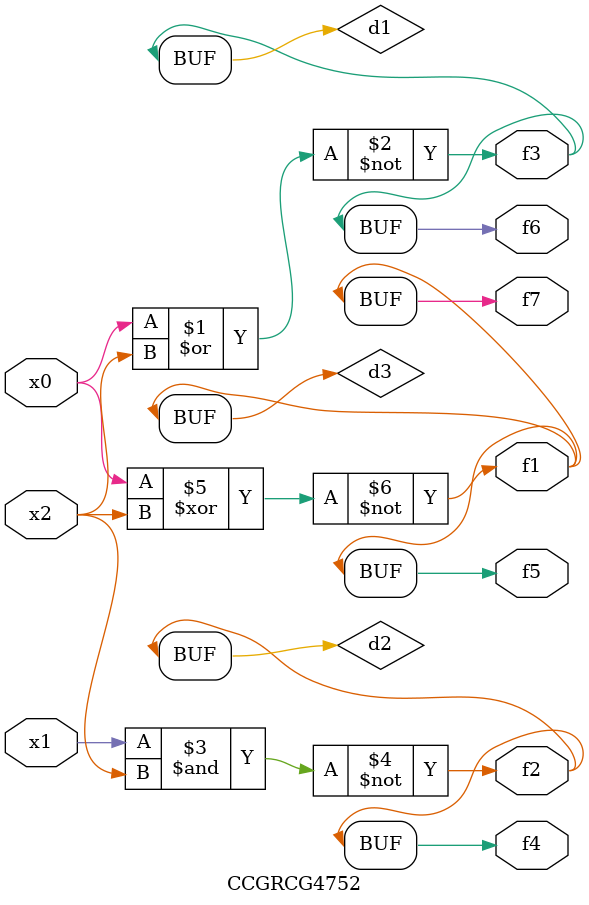
<source format=v>
module CCGRCG4752(
	input x0, x1, x2,
	output f1, f2, f3, f4, f5, f6, f7
);

	wire d1, d2, d3;

	nor (d1, x0, x2);
	nand (d2, x1, x2);
	xnor (d3, x0, x2);
	assign f1 = d3;
	assign f2 = d2;
	assign f3 = d1;
	assign f4 = d2;
	assign f5 = d3;
	assign f6 = d1;
	assign f7 = d3;
endmodule

</source>
